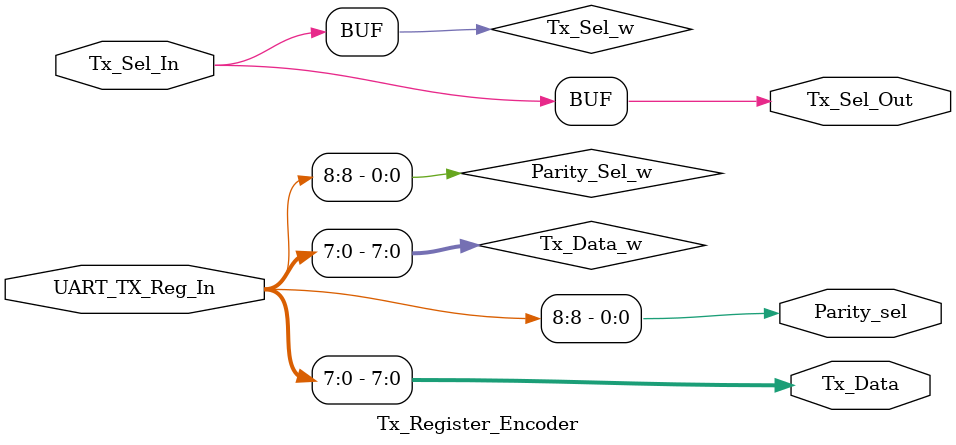
<source format=v>
module Tx_Register_Encoder (
	input 	[31:0]	UART_TX_Reg_In,
	input					Tx_Sel_In,
	
	output	[7:0]		Tx_Data,
	output				Parity_sel,
	output				Tx_Sel_Out
);

wire [7:0] 	Tx_Data_w;
wire			Parity_Sel_w, Tx_Sel_w;

assign Tx_Data_w = UART_TX_Reg_In[7:0];
assign Parity_Sel_w = UART_TX_Reg_In[8];
assign Tx_Sel_w = Tx_Sel_In;

assign Tx_Data = Tx_Data_w;
assign Parity_sel = Parity_Sel_w;
assign Tx_Sel_Out = Tx_Sel_w;

endmodule 
</source>
